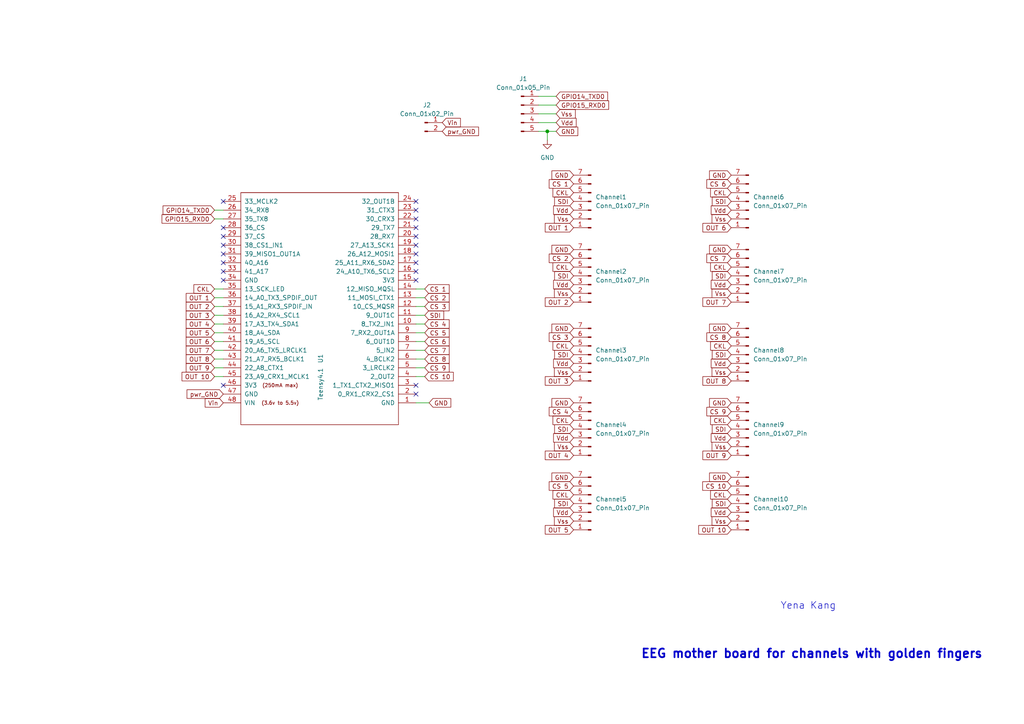
<source format=kicad_sch>
(kicad_sch (version 20231120) (generator "eeschema") (generator_version "8.0")
  (paper "A4")
  (lib_symbols
    (symbol "Connector:Conn_01x02_Pin" (pin_names (offset 1.016) hide)
      (property "Reference" "J" (at 0 2.54 0))
      (property "Value" "Conn_01x02_Pin" (at 0 -5.08 0))
      (symbol "Conn_01x02_Pin_1_1"
        (polyline (pts (xy 1.27 -2.54) (xy 0.8636 -2.54)) (stroke (width 0.1524)))
        (polyline (pts (xy 1.27 0) (xy 0.8636 0)) (stroke (width 0.1524)))
        (rectangle (start 0.8636 -2.413) (end 0 -2.667) (stroke (width 0.1524)) (fill (type outline)))
        (rectangle (start 0.8636 0.127) (end 0 -0.127) (stroke (width 0.1524)) (fill (type outline)))
        (pin passive line (at 5.08 0 180) (length 3.81) (name "Pin_1") (number "1"))
        (pin passive line (at 5.08 -2.54 180) (length 3.81) (name "Pin_2") (number "2"))
      )
    )
    (symbol "Connector:Conn_01x05_Pin" (pin_names (offset 1.016) hide)
      (property "Reference" "J" (at 0 7.62 0))
      (property "Value" "Conn_01x05_Pin" (at 0 -7.62 0))
      (symbol "Conn_01x05_Pin_1_1"
        (polyline (pts (xy 1.27 -5.08) (xy 0.8636 -5.08)) (stroke (width 0.1524)))
        (polyline (pts (xy 1.27 -2.54) (xy 0.8636 -2.54)) (stroke (width 0.1524)))
        (polyline (pts (xy 1.27 0) (xy 0.8636 0)) (stroke (width 0.1524)))
        (polyline (pts (xy 1.27 2.54) (xy 0.8636 2.54)) (stroke (width 0.1524)))
        (polyline (pts (xy 1.27 5.08) (xy 0.8636 5.08)) (stroke (width 0.1524)))
        (rectangle (start 0.8636 -4.953) (end 0 -5.207) (stroke (width 0.1524)) (fill (type outline)))
        (rectangle (start 0.8636 -2.413) (end 0 -2.667) (stroke (width 0.1524)) (fill (type outline)))
        (rectangle (start 0.8636 0.127) (end 0 -0.127) (stroke (width 0.1524)) (fill (type outline)))
        (rectangle (start 0.8636 2.667) (end 0 2.413) (stroke (width 0.1524)) (fill (type outline)))
        (rectangle (start 0.8636 5.207) (end 0 4.953) (stroke (width 0.1524)) (fill (type outline)))
        (pin passive line (at 5.08 5.08 180) (length 3.81) (name "Pin_1") (number "1"))
        (pin passive line (at 5.08 2.54 180) (length 3.81) (name "Pin_2") (number "2"))
        (pin passive line (at 5.08 0 180) (length 3.81) (name "Pin_3") (number "3"))
        (pin passive line (at 5.08 -2.54 180) (length 3.81) (name "Pin_4") (number "4"))
        (pin passive line (at 5.08 -5.08 180) (length 3.81) (name "Pin_5") (number "5"))
      )
    )
    (symbol "Connector:Conn_01x07_Pin" (pin_names (offset 1.016) hide)
      (property "Reference" "J" (at 0 10.16 0))
      (property "Value" "Conn_01x07_Pin" (at 0 -10.16 0))
      (symbol "Conn_01x07_Pin_1_1"
        (polyline (pts (xy 1.27 -7.62) (xy 0.8636 -7.62)) (stroke (width 0.1524)))
        (polyline (pts (xy 1.27 -5.08) (xy 0.8636 -5.08)) (stroke (width 0.1524)))
        (polyline (pts (xy 1.27 -2.54) (xy 0.8636 -2.54)) (stroke (width 0.1524)))
        (polyline (pts (xy 1.27 0) (xy 0.8636 0)) (stroke (width 0.1524)))
        (polyline (pts (xy 1.27 2.54) (xy 0.8636 2.54)) (stroke (width 0.1524)))
        (polyline (pts (xy 1.27 5.08) (xy 0.8636 5.08)) (stroke (width 0.1524)))
        (polyline (pts (xy 1.27 7.62) (xy 0.8636 7.62)) (stroke (width 0.1524)))
        (rectangle (start 0.8636 -7.493) (end 0 -7.747) (stroke (width 0.1524)) (fill (type outline)))
        (rectangle (start 0.8636 -4.953) (end 0 -5.207) (stroke (width 0.1524)) (fill (type outline)))
        (rectangle (start 0.8636 -2.413) (end 0 -2.667) (stroke (width 0.1524)) (fill (type outline)))
        (rectangle (start 0.8636 0.127) (end 0 -0.127) (stroke (width 0.1524)) (fill (type outline)))
        (rectangle (start 0.8636 2.667) (end 0 2.413) (stroke (width 0.1524)) (fill (type outline)))
        (rectangle (start 0.8636 5.207) (end 0 4.953) (stroke (width 0.1524)) (fill (type outline)))
        (rectangle (start 0.8636 7.747) (end 0 7.493) (stroke (width 0.1524)) (fill (type outline)))
        (pin passive line (at 5.08 7.62 180) (length 3.81) (name "Pin_1") (number "1"))
        (pin passive line (at 5.08 5.08 180) (length 3.81) (name "Pin_2") (number "2"))
        (pin passive line (at 5.08 2.54 180) (length 3.81) (name "Pin_3") (number "3"))
        (pin passive line (at 5.08 0 180) (length 3.81) (name "Pin_4") (number "4"))
        (pin passive line (at 5.08 -2.54 180) (length 3.81) (name "Pin_5") (number "5"))
        (pin passive line (at 5.08 -5.08 180) (length 3.81) (name "Pin_6") (number "6"))
        (pin passive line (at 5.08 -7.62 180) (length 3.81) (name "Pin_7") (number "7"))
      )
    )
    (symbol "power:GND" (power) (pin_numbers hide) (pin_names (offset 0) hide)
      (property "Value" "GND" (at 0 -3.81 0))
      (symbol "GND_0_1"
        (polyline (pts (xy 0 0) (xy 0 -1.27) (xy 1.27 -1.27) (xy 0 -2.54) (xy -1.27 -1.27) (xy 0 -1.27)))
      )
      (symbol "GND_1_1"
        (pin power_in line (at 0 0 270) (length 0) (name "~") (number "1"))
      )
    )
    (symbol "teensy:Teensy4.1" (pin_names (offset 1.016))
      (property "Reference" "U" (at 0 64.77 0))
      (property "Value" "Teensy4.1" (at 0 62.23 0))
      (symbol "Teensy4.1_0_0"
        (polyline (pts (xy -22.86 -6.35) (xy 22.86 -6.35)))
        (text "(250mA max)" (at 11.43 49.53 0) (effects (font (size 1.016 1.016))))
        (text "(3.6v to 5.5v)" (at 11.43 54.61 0) (effects (font (size 1.016 1.016))))
        (pin bidirectional line (at -27.94 31.75 0) (length 5.08) (name "8_TX2_IN1") (number "10"))
        (pin bidirectional line (at -27.94 29.21 0) (length 5.08) (name "9_OUT1C") (number "11"))
        (pin bidirectional line (at -27.94 26.67 0) (length 5.08) (name "10_CS_MQSR") (number "12"))
        (pin bidirectional line (at -27.94 24.13 0) (length 5.08) (name "11_MOSI_CTX1") (number "13"))
        (pin bidirectional line (at -27.94 21.59 0) (length 5.08) (name "12_MISO_MQSL") (number "14"))
        (pin power_in line (at -27.94 19.05 0) (length 5.08) (name "3V3") (number "15"))
        (pin bidirectional line (at -27.94 16.51 0) (length 5.08) (name "24_A10_TX6_SCL2") (number "16"))
        (pin bidirectional line (at -27.94 13.97 0) (length 5.08) (name "25_A11_RX6_SDA2") (number "17"))
        (pin bidirectional line (at -27.94 11.43 0) (length 5.08) (name "26_A12_MOSI1") (number "18"))
        (pin bidirectional line (at -27.94 8.89 0) (length 5.08) (name "27_A13_SCK1") (number "19"))
        (pin bidirectional line (at -27.94 6.35 0) (length 5.08) (name "28_RX7") (number "20"))
        (pin bidirectional line (at -27.94 3.81 0) (length 5.08) (name "29_TX7") (number "21"))
        (pin bidirectional line (at -27.94 1.27 0) (length 5.08) (name "30_CRX3") (number "22"))
        (pin bidirectional line (at -27.94 -1.27 0) (length 5.08) (name "31_CTX3") (number "23"))
        (pin bidirectional line (at -27.94 -3.81 0) (length 5.08) (name "32_OUT1B") (number "24"))
        (pin bidirectional line (at 27.94 -3.81 180) (length 5.08) (name "33_MCLK2") (number "25"))
        (pin bidirectional line (at 27.94 -1.27 180) (length 5.08) (name "34_RX8") (number "26"))
        (pin bidirectional line (at 27.94 1.27 180) (length 5.08) (name "35_TX8") (number "27"))
        (pin bidirectional line (at 27.94 3.81 180) (length 5.08) (name "36_CS") (number "28"))
        (pin bidirectional line (at 27.94 6.35 180) (length 5.08) (name "37_CS") (number "29"))
        (pin bidirectional line (at 27.94 8.89 180) (length 5.08) (name "38_CS1_IN1") (number "30"))
        (pin bidirectional line (at 27.94 11.43 180) (length 5.08) (name "39_MISO1_OUT1A") (number "31"))
        (pin bidirectional line (at 27.94 13.97 180) (length 5.08) (name "40_A16") (number "32"))
        (pin bidirectional line (at 27.94 16.51 180) (length 5.08) (name "41_A17") (number "33"))
        (pin bidirectional line (at 27.94 21.59 180) (length 5.08) (name "13_SCK_LED") (number "35"))
        (pin bidirectional line (at 27.94 24.13 180) (length 5.08) (name "14_A0_TX3_SPDIF_OUT") (number "36"))
        (pin bidirectional line (at 27.94 26.67 180) (length 5.08) (name "15_A1_RX3_SPDIF_IN") (number "37"))
        (pin bidirectional line (at 27.94 29.21 180) (length 5.08) (name "16_A2_RX4_SCL1") (number "38"))
        (pin bidirectional line (at 27.94 31.75 180) (length 5.08) (name "17_A3_TX4_SDA1") (number "39"))
        (pin bidirectional line (at 27.94 34.29 180) (length 5.08) (name "18_A4_SDA") (number "40"))
        (pin bidirectional line (at 27.94 36.83 180) (length 5.08) (name "19_A5_SCL") (number "41"))
        (pin bidirectional line (at 27.94 39.37 180) (length 5.08) (name "20_A6_TX5_LRCLK1") (number "42"))
        (pin bidirectional line (at 27.94 41.91 180) (length 5.08) (name "21_A7_RX5_BCLK1") (number "43"))
        (pin bidirectional line (at 27.94 44.45 180) (length 5.08) (name "22_A8_CTX1") (number "44"))
        (pin bidirectional line (at 27.94 46.99 180) (length 5.08) (name "23_A9_CRX1_MCLK1") (number "45"))
        (pin output line (at 27.94 49.53 180) (length 5.08) (name "3V3") (number "46"))
        (pin output line (at 27.94 52.07 180) (length 5.08) (name "GND") (number "47"))
        (pin power_in line (at 27.94 54.61 180) (length 5.08) (name "VIN") (number "48"))
        (pin bidirectional line (at -27.94 44.45 0) (length 5.08) (name "3_LRCLK2") (number "5"))
        (pin bidirectional line (at -27.94 41.91 0) (length 5.08) (name "4_BCLK2") (number "6"))
        (pin bidirectional line (at -27.94 39.37 0) (length 5.08) (name "5_IN2") (number "7"))
        (pin bidirectional line (at -27.94 36.83 0) (length 5.08) (name "6_OUT1D") (number "8"))
        (pin bidirectional line (at -27.94 34.29 0) (length 5.08) (name "7_RX2_OUT1A") (number "9"))
      )
      (symbol "Teensy4.1_0_1"
        (rectangle (start -22.86 60.96) (end 22.86 -6.35))
        (rectangle (start -20.32 -1.27) (end -20.32 -1.27))
      )
      (symbol "Teensy4.1_1_1"
        (pin power_in line (at -27.94 54.61 0) (length 5.08) (name "GND") (number "1"))
        (pin bidirectional line (at -27.94 52.07 0) (length 5.08) (name "0_RX1_CRX2_CS1") (number "2"))
        (pin bidirectional line (at -27.94 49.53 0) (length 5.08) (name "1_TX1_CTX2_MISO1") (number "3"))
        (pin power_in line (at 27.94 19.05 180) (length 5.08) (name "GND") (number "34"))
        (pin bidirectional line (at -27.94 46.99 0) (length 5.08) (name "2_OUT2") (number "4"))
      )
    )
  )
  (junction (at 158.75 38.1))
  (no_connect (at 64.77 68.58))
  (no_connect (at 64.77 78.74))
  (no_connect (at 120.65 66.04))
  (no_connect (at 120.65 114.3))
  (no_connect (at 120.65 81.28))
  (no_connect (at 64.77 66.04))
  (no_connect (at 120.65 73.66))
  (no_connect (at 64.77 73.66))
  (no_connect (at 64.77 76.2))
  (no_connect (at 120.65 71.12))
  (no_connect (at 64.77 71.12))
  (no_connect (at 64.77 81.28))
  (no_connect (at 120.65 60.96))
  (no_connect (at 120.65 111.76))
  (no_connect (at 120.65 68.58))
  (no_connect (at 120.65 63.5))
  (no_connect (at 120.65 58.42))
  (no_connect (at 64.77 58.42))
  (no_connect (at 64.77 111.76))
  (no_connect (at 120.65 78.74))
  (no_connect (at 120.65 76.2))
  (wire (pts (xy 62.23 99.06) (xy 64.77 99.06)))
  (wire (pts (xy 62.23 96.52) (xy 64.77 96.52)))
  (wire (pts (xy 62.23 86.36) (xy 64.77 86.36)))
  (wire (pts (xy 123.19 101.6) (xy 120.65 101.6)))
  (wire (pts (xy 156.21 38.1) (xy 158.75 38.1)))
  (wire (pts (xy 120.65 106.68) (xy 123.19 106.68)))
  (wire (pts (xy 120.65 116.84) (xy 124.46 116.84)))
  (wire (pts (xy 156.21 30.48) (xy 161.29 30.48)))
  (wire (pts (xy 62.23 101.6) (xy 64.77 101.6)))
  (wire (pts (xy 120.65 109.22) (xy 123.19 109.22)))
  (wire (pts (xy 123.19 88.9) (xy 120.65 88.9)))
  (wire (pts (xy 62.23 109.22) (xy 64.77 109.22)))
  (wire (pts (xy 62.23 91.44) (xy 64.77 91.44)))
  (wire (pts (xy 123.19 91.44) (xy 120.65 91.44)))
  (wire (pts (xy 123.19 93.98) (xy 120.65 93.98)))
  (wire (pts (xy 158.75 38.1) (xy 161.29 38.1)))
  (wire (pts (xy 123.19 83.82) (xy 120.65 83.82)))
  (wire (pts (xy 62.23 83.82) (xy 64.77 83.82)))
  (wire (pts (xy 158.75 38.1) (xy 158.75 40.64)))
  (wire (pts (xy 62.23 88.9) (xy 64.77 88.9)))
  (wire (pts (xy 62.23 104.14) (xy 64.77 104.14)))
  (wire (pts (xy 123.19 104.14) (xy 120.65 104.14)))
  (wire (pts (xy 123.19 86.36) (xy 120.65 86.36)))
  (wire (pts (xy 62.23 63.5) (xy 64.77 63.5)))
  (wire (pts (xy 156.21 27.94) (xy 161.29 27.94)))
  (wire (pts (xy 62.23 60.96) (xy 64.77 60.96)))
  (wire (pts (xy 62.23 93.98) (xy 64.77 93.98)))
  (wire (pts (xy 62.23 106.68) (xy 64.77 106.68)))
  (wire (pts (xy 123.19 96.52) (xy 120.65 96.52)))
  (wire (pts (xy 156.21 35.56) (xy 161.29 35.56)))
  (wire (pts (xy 123.19 99.06) (xy 120.65 99.06)))
  (wire (pts (xy 156.21 33.02) (xy 161.29 33.02)))
  (text "EEG mother board for channels with golden fingers" (at 235.458 189.738 0) (effects (font (size 2.5 2.5) (bold yes))))
  (text "Yena Kang\n" (at 234.442 175.768 0) (effects (font (size 2 2))))
  (global_label "Vdd" (shape input) (at 212.09 60.96 180) (property "Intersheetrefs" "${INTERSHEET_REFS}" (effects (hide yes))))
  (global_label "CKL" (shape input) (at 212.09 55.88 180) (property "Intersheetrefs" "${INTERSHEET_REFS}" (effects (hide yes))))
  (global_label "OUT 5" (shape input) (at 166.37 153.67 180) (property "Intersheetrefs" "${INTERSHEET_REFS}" (effects (hide yes))))
  (global_label "OUT 8" (shape input) (at 212.09 110.49 180) (property "Intersheetrefs" "${INTERSHEET_REFS}" (effects (hide yes))))
  (global_label "GND" (shape input) (at 212.09 95.25 180) (property "Intersheetrefs" "${INTERSHEET_REFS}" (effects (hide yes))))
  (global_label "GPIO14_TXD0" (shape input) (at 62.23 60.96 180) (property "Intersheetrefs" "${INTERSHEET_REFS}" (effects (hide yes))))
  (global_label "CS 2" (shape input) (at 166.37 74.93 180) (property "Intersheetrefs" "${INTERSHEET_REFS}" (effects (hide yes))))
  (global_label "Vss" (shape input) (at 161.29 33.02 0) (property "Intersheetrefs" "${INTERSHEET_REFS}" (effects (hide yes))))
  (global_label "CS 7" (shape input) (at 212.09 74.93 180) (property "Intersheetrefs" "${INTERSHEET_REFS}" (effects (hide yes))))
  (global_label "Vdd" (shape input) (at 212.09 127 180) (property "Intersheetrefs" "${INTERSHEET_REFS}" (effects (hide yes))))
  (global_label "GND" (shape input) (at 212.09 116.84 180) (property "Intersheetrefs" "${INTERSHEET_REFS}" (effects (hide yes))))
  (global_label "OUT 7" (shape input) (at 212.09 87.63 180) (property "Intersheetrefs" "${INTERSHEET_REFS}" (effects (hide yes))))
  (global_label "OUT 7" (shape input) (at 62.23 101.6 180) (property "Intersheetrefs" "${INTERSHEET_REFS}" (effects (hide yes))))
  (global_label "CS 6" (shape input) (at 123.19 99.06 0) (property "Intersheetrefs" "${INTERSHEET_REFS}" (effects (hide yes))))
  (global_label "Vss" (shape input) (at 212.09 85.09 180) (property "Intersheetrefs" "${INTERSHEET_REFS}" (effects (hide yes))))
  (global_label "GPIO14_TXD0" (shape input) (at 161.29 27.94 0) (property "Intersheetrefs" "${INTERSHEET_REFS}" (effects (hide yes))))
  (global_label "OUT 3" (shape input) (at 166.37 110.49 180) (property "Intersheetrefs" "${INTERSHEET_REFS}" (effects (hide yes))))
  (global_label "CS 4" (shape input) (at 123.19 93.98 0) (property "Intersheetrefs" "${INTERSHEET_REFS}" (effects (hide yes))))
  (global_label "CKL" (shape input) (at 62.23 83.82 180) (property "Intersheetrefs" "${INTERSHEET_REFS}" (effects (hide yes))))
  (global_label "CS 3" (shape input) (at 123.19 88.9 0) (property "Intersheetrefs" "${INTERSHEET_REFS}" (effects (hide yes))))
  (global_label "Vdd" (shape input) (at 166.37 105.41 180) (property "Intersheetrefs" "${INTERSHEET_REFS}" (effects (hide yes))))
  (global_label "Vdd" (shape input) (at 166.37 127 180) (property "Intersheetrefs" "${INTERSHEET_REFS}" (effects (hide yes))))
  (global_label "OUT 10" (shape input) (at 212.09 153.67 180) (property "Intersheetrefs" "${INTERSHEET_REFS}" (effects (hide yes))))
  (global_label "CS 4" (shape input) (at 166.37 119.38 180) (property "Intersheetrefs" "${INTERSHEET_REFS}" (effects (hide yes))))
  (global_label "CS 2" (shape input) (at 123.19 86.36 0) (property "Intersheetrefs" "${INTERSHEET_REFS}" (effects (hide yes))))
  (global_label "GND" (shape input) (at 166.37 95.25 180) (property "Intersheetrefs" "${INTERSHEET_REFS}" (effects (hide yes))))
  (global_label "SDI" (shape input) (at 212.09 146.05 180) (property "Intersheetrefs" "${INTERSHEET_REFS}" (effects (hide yes))))
  (global_label "GPIO15_RXD0" (shape input) (at 161.29 30.48 0) (property "Intersheetrefs" "${INTERSHEET_REFS}" (effects (hide yes))))
  (global_label "CS 7" (shape input) (at 123.19 101.6 0) (property "Intersheetrefs" "${INTERSHEET_REFS}" (effects (hide yes))))
  (global_label "CS 5" (shape input) (at 123.19 96.52 0) (property "Intersheetrefs" "${INTERSHEET_REFS}" (effects (hide yes))))
  (global_label "CKL" (shape input) (at 212.09 121.92 180) (property "Intersheetrefs" "${INTERSHEET_REFS}" (effects (hide yes))))
  (global_label "Vdd" (shape input) (at 166.37 60.96 180) (property "Intersheetrefs" "${INTERSHEET_REFS}" (effects (hide yes))))
  (global_label "CS 10" (shape input) (at 123.19 109.22 0) (property "Intersheetrefs" "${INTERSHEET_REFS}" (effects (hide yes))))
  (global_label "OUT 8" (shape input) (at 62.23 104.14 180) (property "Intersheetrefs" "${INTERSHEET_REFS}" (effects (hide yes))))
  (global_label "Vdd" (shape input) (at 166.37 148.59 180) (property "Intersheetrefs" "${INTERSHEET_REFS}" (effects (hide yes))))
  (global_label "Vdd" (shape input) (at 212.09 82.55 180) (property "Intersheetrefs" "${INTERSHEET_REFS}" (effects (hide yes))))
  (global_label "CS 8" (shape input) (at 212.09 97.79 180) (property "Intersheetrefs" "${INTERSHEET_REFS}" (effects (hide yes))))
  (global_label "Vss" (shape input) (at 212.09 151.13 180) (property "Intersheetrefs" "${INTERSHEET_REFS}" (effects (hide yes))))
  (global_label "GND" (shape input) (at 166.37 72.39 180) (property "Intersheetrefs" "${INTERSHEET_REFS}" (effects (hide yes))))
  (global_label "GPIO15_RXD0" (shape input) (at 62.23 63.5 180) (property "Intersheetrefs" "${INTERSHEET_REFS}" (effects (hide yes))))
  (global_label "OUT 9" (shape input) (at 62.23 106.68 180) (property "Intersheetrefs" "${INTERSHEET_REFS}" (effects (hide yes))))
  (global_label "OUT 2" (shape input) (at 62.23 88.9 180) (property "Intersheetrefs" "${INTERSHEET_REFS}" (effects (hide yes))))
  (global_label "Vss" (shape input) (at 212.09 129.54 180) (property "Intersheetrefs" "${INTERSHEET_REFS}" (effects (hide yes))))
  (global_label "CKL" (shape input) (at 212.09 143.51 180) (property "Intersheetrefs" "${INTERSHEET_REFS}" (effects (hide yes))))
  (global_label "Vdd" (shape input) (at 161.29 35.56 0) (property "Intersheetrefs" "${INTERSHEET_REFS}" (effects (hide yes))))
  (global_label "CKL" (shape input) (at 166.37 100.33 180) (property "Intersheetrefs" "${INTERSHEET_REFS}" (effects (hide yes))))
  (global_label "SDI" (shape input) (at 123.19 91.44 0) (property "Intersheetrefs" "${INTERSHEET_REFS}" (effects (hide yes))))
  (global_label "Vss" (shape input) (at 166.37 129.54 180) (property "Intersheetrefs" "${INTERSHEET_REFS}" (effects (hide yes))))
  (global_label "Vin" (shape input) (at 128.27 35.56 0) (property "Intersheetrefs" "${INTERSHEET_REFS}" (effects (hide yes))))
  (global_label "SDI" (shape input) (at 212.09 124.46 180) (property "Intersheetrefs" "${INTERSHEET_REFS}" (effects (hide yes))))
  (global_label "CS 8" (shape input) (at 123.19 104.14 0) (property "Intersheetrefs" "${INTERSHEET_REFS}" (effects (hide yes))))
  (global_label "OUT 10" (shape input) (at 62.23 109.22 180) (property "Intersheetrefs" "${INTERSHEET_REFS}" (effects (hide yes))))
  (global_label "OUT 2" (shape input) (at 166.37 87.63 180) (property "Intersheetrefs" "${INTERSHEET_REFS}" (effects (hide yes))))
  (global_label "GND" (shape input) (at 166.37 50.8 180) (property "Intersheetrefs" "${INTERSHEET_REFS}" (effects (hide yes))))
  (global_label "CS 5" (shape input) (at 166.37 140.97 180) (property "Intersheetrefs" "${INTERSHEET_REFS}" (effects (hide yes))))
  (global_label "OUT 6" (shape input) (at 62.23 99.06 180) (property "Intersheetrefs" "${INTERSHEET_REFS}" (effects (hide yes))))
  (global_label "CS 10" (shape input) (at 212.09 140.97 180) (property "Intersheetrefs" "${INTERSHEET_REFS}" (effects (hide yes))))
  (global_label "Vdd" (shape input) (at 166.37 82.55 180) (property "Intersheetrefs" "${INTERSHEET_REFS}" (effects (hide yes))))
  (global_label "SDI" (shape input) (at 166.37 146.05 180) (property "Intersheetrefs" "${INTERSHEET_REFS}" (effects (hide yes))))
  (global_label "CKL" (shape input) (at 166.37 121.92 180) (property "Intersheetrefs" "${INTERSHEET_REFS}" (effects (hide yes))))
  (global_label "GND" (shape input) (at 124.46 116.84 0) (property "Intersheetrefs" "${INTERSHEET_REFS}" (effects (hide yes))))
  (global_label "OUT 1" (shape input) (at 166.37 66.04 180) (property "Intersheetrefs" "${INTERSHEET_REFS}" (effects (hide yes))))
  (global_label "OUT 9" (shape input) (at 212.09 132.08 180) (property "Intersheetrefs" "${INTERSHEET_REFS}" (effects (hide yes))))
  (global_label "CKL" (shape input) (at 212.09 100.33 180) (property "Intersheetrefs" "${INTERSHEET_REFS}" (effects (hide yes))))
  (global_label "Vdd" (shape input) (at 212.09 105.41 180) (property "Intersheetrefs" "${INTERSHEET_REFS}" (effects (hide yes))))
  (global_label "Vss" (shape input) (at 212.09 63.5 180) (property "Intersheetrefs" "${INTERSHEET_REFS}" (effects (hide yes))))
  (global_label "SDI" (shape input) (at 212.09 102.87 180) (property "Intersheetrefs" "${INTERSHEET_REFS}" (effects (hide yes))))
  (global_label "GND" (shape input) (at 166.37 116.84 180) (property "Intersheetrefs" "${INTERSHEET_REFS}" (effects (hide yes))))
  (global_label "Vss" (shape input) (at 166.37 85.09 180) (property "Intersheetrefs" "${INTERSHEET_REFS}" (effects (hide yes))))
  (global_label "CKL" (shape input) (at 166.37 77.47 180) (property "Intersheetrefs" "${INTERSHEET_REFS}" (effects (hide yes))))
  (global_label "CS 1" (shape input) (at 166.37 53.34 180) (property "Intersheetrefs" "${INTERSHEET_REFS}" (effects (hide yes))))
  (global_label "CS 9" (shape input) (at 212.09 119.38 180) (property "Intersheetrefs" "${INTERSHEET_REFS}" (effects (hide yes))))
  (global_label "OUT 1" (shape input) (at 62.23 86.36 180) (property "Intersheetrefs" "${INTERSHEET_REFS}" (effects (hide yes))))
  (global_label "GND" (shape input) (at 212.09 138.43 180) (property "Intersheetrefs" "${INTERSHEET_REFS}" (effects (hide yes))))
  (global_label "OUT 6" (shape input) (at 212.09 66.04 180) (property "Intersheetrefs" "${INTERSHEET_REFS}" (effects (hide yes))))
  (global_label "Vss" (shape input) (at 166.37 151.13 180) (property "Intersheetrefs" "${INTERSHEET_REFS}" (effects (hide yes))))
  (global_label "CS 3" (shape input) (at 166.37 97.79 180) (property "Intersheetrefs" "${INTERSHEET_REFS}" (effects (hide yes))))
  (global_label "Vss" (shape input) (at 166.37 63.5 180) (property "Intersheetrefs" "${INTERSHEET_REFS}" (effects (hide yes))))
  (global_label "pwr_GND" (shape input) (at 128.27 38.1 0) (property "Intersheetrefs" "${INTERSHEET_REFS}" (effects (hide yes))))
  (global_label "CS 1" (shape input) (at 123.19 83.82 0) (property "Intersheetrefs" "${INTERSHEET_REFS}" (effects (hide yes))))
  (global_label "SDI" (shape input) (at 166.37 102.87 180) (property "Intersheetrefs" "${INTERSHEET_REFS}" (effects (hide yes))))
  (global_label "OUT 5" (shape input) (at 62.23 96.52 180) (property "Intersheetrefs" "${INTERSHEET_REFS}" (effects (hide yes))))
  (global_label "SDI" (shape input) (at 212.09 58.42 180) (property "Intersheetrefs" "${INTERSHEET_REFS}" (effects (hide yes))))
  (global_label "Vss" (shape input) (at 166.37 107.95 180) (property "Intersheetrefs" "${INTERSHEET_REFS}" (effects (hide yes))))
  (global_label "SDI" (shape input) (at 212.09 80.01 180) (property "Intersheetrefs" "${INTERSHEET_REFS}" (effects (hide yes))))
  (global_label "OUT 4" (shape input) (at 166.37 132.08 180) (property "Intersheetrefs" "${INTERSHEET_REFS}" (effects (hide yes))))
  (global_label "CS 6" (shape input) (at 212.09 53.34 180) (property "Intersheetrefs" "${INTERSHEET_REFS}" (effects (hide yes))))
  (global_label "GND" (shape input) (at 161.29 38.1 0) (property "Intersheetrefs" "${INTERSHEET_REFS}" (effects (hide yes))))
  (global_label "SDI" (shape input) (at 166.37 58.42 180) (property "Intersheetrefs" "${INTERSHEET_REFS}" (effects (hide yes))))
  (global_label "CKL" (shape input) (at 212.09 77.47 180) (property "Intersheetrefs" "${INTERSHEET_REFS}" (effects (hide yes))))
  (global_label "pwr_GND" (shape input) (at 64.77 114.3 180) (property "Intersheetrefs" "${INTERSHEET_REFS}" (effects (hide yes))))
  (global_label "Vss" (shape input) (at 212.09 107.95 180) (property "Intersheetrefs" "${INTERSHEET_REFS}" (effects (hide yes))))
  (global_label "CKL" (shape input) (at 166.37 143.51 180) (property "Intersheetrefs" "${INTERSHEET_REFS}" (effects (hide yes))))
  (global_label "GND" (shape input) (at 166.37 138.43 180) (property "Intersheetrefs" "${INTERSHEET_REFS}" (effects (hide yes))))
  (global_label "Vdd" (shape input) (at 212.09 148.59 180) (property "Intersheetrefs" "${INTERSHEET_REFS}" (effects (hide yes))))
  (global_label "OUT 4" (shape input) (at 62.23 93.98 180) (property "Intersheetrefs" "${INTERSHEET_REFS}" (effects (hide yes))))
  (global_label "GND" (shape input) (at 212.09 50.8 180) (property "Intersheetrefs" "${INTERSHEET_REFS}" (effects (hide yes))))
  (global_label "Vin" (shape input) (at 64.77 116.84 180) (property "Intersheetrefs" "${INTERSHEET_REFS}" (effects (hide yes))))
  (global_label "CS 9" (shape input) (at 123.19 106.68 0) (property "Intersheetrefs" "${INTERSHEET_REFS}" (effects (hide yes))))
  (global_label "GND" (shape input) (at 212.09 72.39 180) (property "Intersheetrefs" "${INTERSHEET_REFS}" (effects (hide yes))))
  (global_label "OUT 3" (shape input) (at 62.23 91.44 180) (property "Intersheetrefs" "${INTERSHEET_REFS}" (effects (hide yes))))
  (global_label "SDI" (shape input) (at 166.37 124.46 180) (property "Intersheetrefs" "${INTERSHEET_REFS}" (effects (hide yes))))
  (global_label "CKL" (shape input) (at 166.37 55.88 180) (property "Intersheetrefs" "${INTERSHEET_REFS}" (effects (hide yes))))
  (global_label "SDI" (shape input) (at 166.37 80.01 180) (property "Intersheetrefs" "${INTERSHEET_REFS}" (effects (hide yes))))
  (symbol (lib_id "power:GND") (at 158.75 40.64 0) (unit 1)
    (property "Reference" "#PWR01" (effects (hide yes)))
    (property "Value" "GND" (at 158.75 45.72 0))
    (property "Description" "Power symbol creates a global label with name \"GND\" , ground" (effects (hide yes)))
  )
  (symbol (lib_id "Connector:Conn_01x05_Pin") (at 151.13 33.02 0) (unit 1)
    (property "Reference" "J1" (at 151.765 22.86 0))
    (property "Value" "Conn_01x05_Pin" (at 151.765 25.4 0))
    (property "Footprint" "Connector_PinHeader_1.27mm:PinHeader_1x05_P1.27mm_Vertical" (effects (hide yes)))
    (property "Description" "Generic connector, single row, 01x05, script generated" (effects (hide yes)))
  )
  (symbol (lib_id "Connector:Conn_01x02_Pin") (at 123.19 35.56 0) (unit 1)
    (property "Reference" "J2" (at 123.825 30.48 0))
    (property "Value" "Conn_01x02_Pin" (at 123.825 33.02 0))
    (property "Footprint" "Connector_PinHeader_1.27mm:PinHeader_1x02_P1.27mm_Vertical" (effects (hide yes)))
    (property "Description" "Generic connector, single row, 01x02, script generated" (effects (hide yes)))
  )
  (symbol (lib_id "Connector:Conn_01x07_Pin") (at 171.45 146.05 180) (unit 1)
    (property "Reference" "Channel5" (at 172.72 144.7799 0) (effects (justify right)))
    (property "Value" "Conn_01x07_Pin" (at 172.72 147.3199 0) (effects (justify right)))
    (property "Footprint" "Connector_PinHeader_1.00mm:GoldFingers_1x07_P2.50mm" (effects (hide yes)))
    (property "Description" "Generic connector, single row, 01x07, script generated" (effects (hide yes)))
  )
  (symbol (lib_id "Connector:Conn_01x07_Pin") (at 171.45 58.42 180) (unit 1)
    (property "Reference" "Channel1" (at 172.72 57.1499 0) (effects (justify right)))
    (property "Value" "Conn_01x07_Pin" (at 172.72 59.6899 0) (effects (justify right)))
    (property "Footprint" "Connector_PinHeader_1.00mm:GoldFingers_1x07_P2.50mm" (effects (hide yes)))
    (property "Description" "Generic connector, single row, 01x07, script generated" (effects (hide yes)))
  )
  (symbol (lib_id "Connector:Conn_01x07_Pin") (at 171.45 124.46 180) (unit 1)
    (property "Reference" "Channel4" (at 172.72 123.1899 0) (effects (justify right)))
    (property "Value" "Conn_01x07_Pin" (at 172.72 125.7299 0) (effects (justify right)))
    (property "Footprint" "Connector_PinHeader_1.00mm:GoldFingers_1x07_P2.50mm" (effects (hide yes)))
    (property "Description" "Generic connector, single row, 01x07, script generated" (effects (hide yes)))
  )
  (symbol (lib_id "Connector:Conn_01x07_Pin") (at 171.45 80.01 180) (unit 1)
    (property "Reference" "Channel2" (at 172.72 78.7399 0) (effects (justify right)))
    (property "Value" "Conn_01x07_Pin" (at 172.72 81.2799 0) (effects (justify right)))
    (property "Footprint" "Connector_PinHeader_1.00mm:GoldFingers_1x07_P2.50mm" (effects (hide yes)))
    (property "Description" "Generic connector, single row, 01x07, script generated" (effects (hide yes)))
  )
  (symbol (lib_id "Connector:Conn_01x07_Pin") (at 217.17 102.87 180) (unit 1)
    (property "Reference" "Channel8" (at 218.44 101.5999 0) (effects (justify right)))
    (property "Value" "Conn_01x07_Pin" (at 218.44 104.1399 0) (effects (justify right)))
    (property "Footprint" "Connector_PinHeader_1.00mm:GoldFingers_1x07_P2.50mm" (effects (hide yes)))
    (property "Description" "Generic connector, single row, 01x07, script generated" (effects (hide yes)))
  )
  (symbol (lib_id "teensy:Teensy4.1") (at 92.71 62.23 180) (unit 1)
    (property "Reference" "U1" (at 92.964 102.616 90) (effects (justify left)))
    (property "Value" "Teensy4.1" (at 92.964 106.68 90) (effects (justify left)))
    (property "Footprint" "Teensy 4.1:Teensy41" (effects (hide yes)))
  )
  (symbol (lib_id "Connector:Conn_01x07_Pin") (at 171.45 102.87 180) (unit 1)
    (property "Reference" "Channel3" (at 172.72 101.5999 0) (effects (justify right)))
    (property "Value" "Conn_01x07_Pin" (at 172.72 104.1399 0) (effects (justify right)))
    (property "Footprint" "Connector_PinHeader_1.00mm:GoldFingers_1x07_P2.50mm" (effects (hide yes)))
    (property "Description" "Generic connector, single row, 01x07, script generated" (effects (hide yes)))
  )
  (symbol (lib_id "Connector:Conn_01x07_Pin") (at 217.17 146.05 180) (unit 1)
    (property "Reference" "Channel10" (at 218.44 144.7799 0) (effects (justify right)))
    (property "Value" "Conn_01x07_Pin" (at 218.44 147.3199 0) (effects (justify right)))
    (property "Footprint" "Connector_PinHeader_1.00mm:GoldFingers_1x07_P2.50mm" (effects (hide yes)))
    (property "Description" "Generic connector, single row, 01x07, script generated" (effects (hide yes)))
  )
  (symbol (lib_id "Connector:Conn_01x07_Pin") (at 217.17 58.42 180) (unit 1)
    (property "Reference" "Channel6" (at 218.44 57.1499 0) (effects (justify right)))
    (property "Value" "Conn_01x07_Pin" (at 218.44 59.6899 0) (effects (justify right)))
    (property "Footprint" "Connector_PinHeader_1.00mm:GoldFingers_1x07_P2.50mm" (effects (hide yes)))
    (property "Description" "Generic connector, single row, 01x07, script generated" (effects (hide yes)))
  )
  (symbol (lib_id "Connector:Conn_01x07_Pin") (at 217.17 124.46 180) (unit 1)
    (property "Reference" "Channel9" (at 218.44 123.1899 0) (effects (justify right)))
    (property "Value" "Conn_01x07_Pin" (at 218.44 125.7299 0) (effects (justify right)))
    (property "Footprint" "Connector_PinHeader_1.00mm:GoldFingers_1x07_P2.50mm" (effects (hide yes)))
    (property "Description" "Generic connector, single row, 01x07, script generated" (effects (hide yes)))
  )
  (symbol (lib_id "Connector:Conn_01x07_Pin") (at 217.17 80.01 180) (unit 1)
    (property "Reference" "Channel7" (at 218.44 78.7399 0) (effects (justify right)))
    (property "Value" "Conn_01x07_Pin" (at 218.44 81.2799 0) (effects (justify right)))
    (property "Footprint" "Connector_PinHeader_1.00mm:GoldFingers_1x07_P2.50mm" (effects (hide yes)))
    (property "Description" "Generic connector, single row, 01x07, script generated" (effects (hide yes)))
  )
)
</source>
